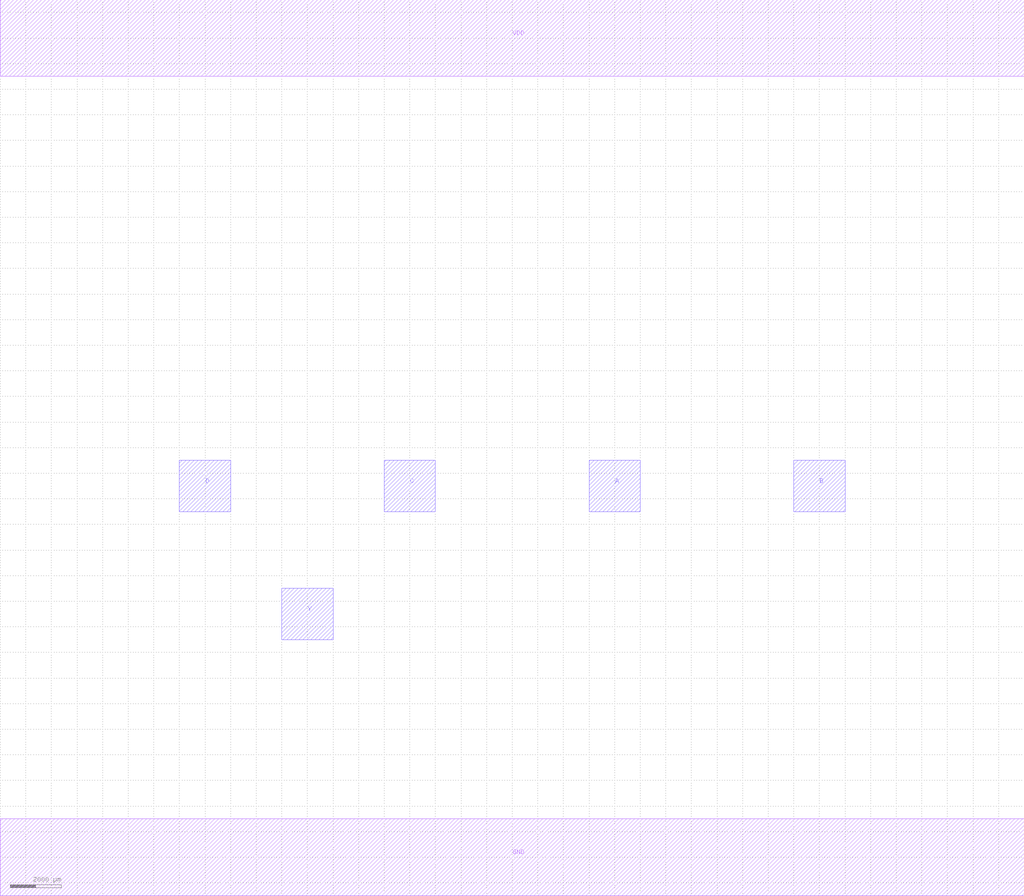
<source format=lef>
MACRO AOI22X1
 CLASS CORE ;
 ORIGIN 0 0 ;
 FOREIGN AOI22X1 0 0 ;
 SITE CORE ;
 SYMMETRY X Y R90 ;
  PIN VDD
   DIRECTION INOUT ;
   USE SIGNAL ;
   SHAPE ABUTMENT ;
    PORT
     CLASS CORE ;
       LAYER metal1 ;
        RECT 0.00000000 30500.00000000 40000.00000000 33500.00000000 ;
    END
  END VDD

  PIN GND
   DIRECTION INOUT ;
   USE SIGNAL ;
   SHAPE ABUTMENT ;
    PORT
     CLASS CORE ;
       LAYER metal1 ;
        RECT 0.00000000 -1500.00000000 40000.00000000 1500.00000000 ;
    END
  END GND

  PIN D
   DIRECTION INOUT ;
   USE SIGNAL ;
   SHAPE ABUTMENT ;
    PORT
     CLASS CORE ;
       LAYER metal2 ;
        RECT 7000.00000000 13500.00000000 9000.00000000 15500.00000000 ;
    END
  END D

  PIN C
   DIRECTION INOUT ;
   USE SIGNAL ;
   SHAPE ABUTMENT ;
    PORT
     CLASS CORE ;
       LAYER metal2 ;
        RECT 15000.00000000 13500.00000000 17000.00000000 15500.00000000 ;
    END
  END C

  PIN A
   DIRECTION INOUT ;
   USE SIGNAL ;
   SHAPE ABUTMENT ;
    PORT
     CLASS CORE ;
       LAYER metal2 ;
        RECT 23000.00000000 13500.00000000 25000.00000000 15500.00000000 ;
    END
  END A

  PIN B
   DIRECTION INOUT ;
   USE SIGNAL ;
   SHAPE ABUTMENT ;
    PORT
     CLASS CORE ;
       LAYER metal2 ;
        RECT 31000.00000000 13500.00000000 33000.00000000 15500.00000000 ;
    END
  END B

  PIN Y
   DIRECTION INOUT ;
   USE SIGNAL ;
   SHAPE ABUTMENT ;
    PORT
     CLASS CORE ;
       LAYER metal2 ;
        RECT 11000.00000000 8500.00000000 13000.00000000 10500.00000000 ;
    END
  END Y


END AOI22X1

</source>
